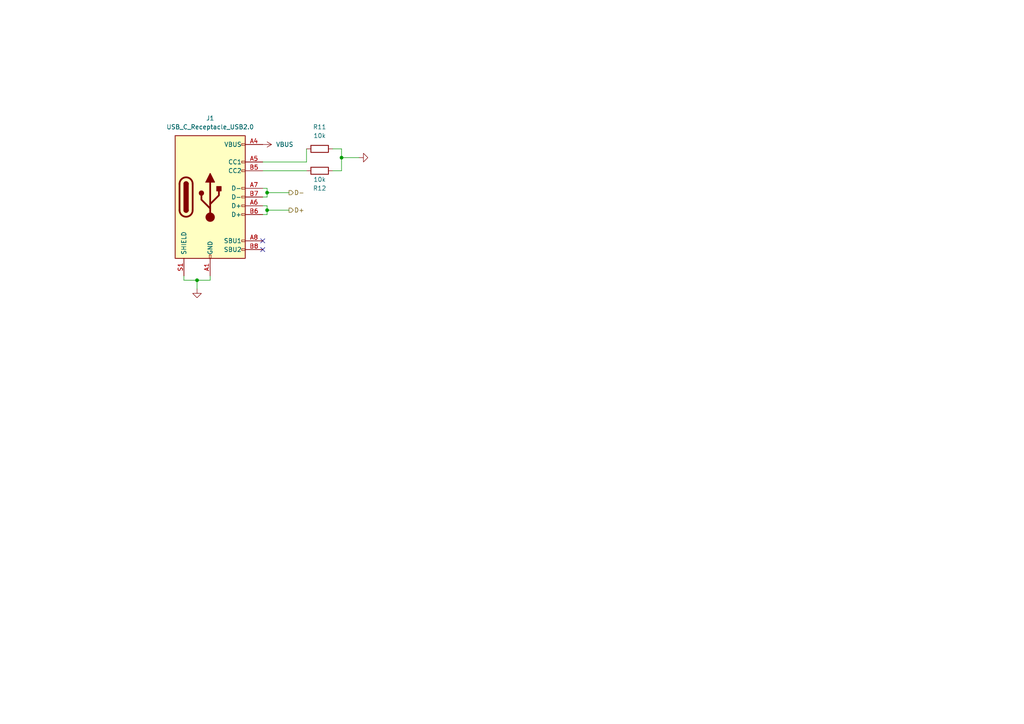
<source format=kicad_sch>
(kicad_sch (version 20230121) (generator eeschema)

  (uuid 876492ad-78eb-4af0-a1b5-314e063fddab)

  (paper "A4")

  (lib_symbols
    (symbol "Connector:USB_C_Receptacle_USB2.0" (pin_names (offset 1.016)) (in_bom yes) (on_board yes)
      (property "Reference" "J" (at -10.16 19.05 0)
        (effects (font (size 1.27 1.27)) (justify left))
      )
      (property "Value" "USB_C_Receptacle_USB2.0" (at 19.05 19.05 0)
        (effects (font (size 1.27 1.27)) (justify right))
      )
      (property "Footprint" "" (at 3.81 0 0)
        (effects (font (size 1.27 1.27)) hide)
      )
      (property "Datasheet" "https://www.usb.org/sites/default/files/documents/usb_type-c.zip" (at 3.81 0 0)
        (effects (font (size 1.27 1.27)) hide)
      )
      (property "ki_keywords" "usb universal serial bus type-C USB2.0" (at 0 0 0)
        (effects (font (size 1.27 1.27)) hide)
      )
      (property "ki_description" "USB 2.0-only Type-C Receptacle connector" (at 0 0 0)
        (effects (font (size 1.27 1.27)) hide)
      )
      (property "ki_fp_filters" "USB*C*Receptacle*" (at 0 0 0)
        (effects (font (size 1.27 1.27)) hide)
      )
      (symbol "USB_C_Receptacle_USB2.0_0_0"
        (rectangle (start -0.254 -17.78) (end 0.254 -16.764)
          (stroke (width 0) (type default))
          (fill (type none))
        )
        (rectangle (start 10.16 -14.986) (end 9.144 -15.494)
          (stroke (width 0) (type default))
          (fill (type none))
        )
        (rectangle (start 10.16 -12.446) (end 9.144 -12.954)
          (stroke (width 0) (type default))
          (fill (type none))
        )
        (rectangle (start 10.16 -4.826) (end 9.144 -5.334)
          (stroke (width 0) (type default))
          (fill (type none))
        )
        (rectangle (start 10.16 -2.286) (end 9.144 -2.794)
          (stroke (width 0) (type default))
          (fill (type none))
        )
        (rectangle (start 10.16 0.254) (end 9.144 -0.254)
          (stroke (width 0) (type default))
          (fill (type none))
        )
        (rectangle (start 10.16 2.794) (end 9.144 2.286)
          (stroke (width 0) (type default))
          (fill (type none))
        )
        (rectangle (start 10.16 7.874) (end 9.144 7.366)
          (stroke (width 0) (type default))
          (fill (type none))
        )
        (rectangle (start 10.16 10.414) (end 9.144 9.906)
          (stroke (width 0) (type default))
          (fill (type none))
        )
        (rectangle (start 10.16 15.494) (end 9.144 14.986)
          (stroke (width 0) (type default))
          (fill (type none))
        )
      )
      (symbol "USB_C_Receptacle_USB2.0_0_1"
        (rectangle (start -10.16 17.78) (end 10.16 -17.78)
          (stroke (width 0.254) (type default))
          (fill (type background))
        )
        (arc (start -8.89 -3.81) (mid -6.985 -5.7067) (end -5.08 -3.81)
          (stroke (width 0.508) (type default))
          (fill (type none))
        )
        (arc (start -7.62 -3.81) (mid -6.985 -4.4423) (end -6.35 -3.81)
          (stroke (width 0.254) (type default))
          (fill (type none))
        )
        (arc (start -7.62 -3.81) (mid -6.985 -4.4423) (end -6.35 -3.81)
          (stroke (width 0.254) (type default))
          (fill (type outline))
        )
        (rectangle (start -7.62 -3.81) (end -6.35 3.81)
          (stroke (width 0.254) (type default))
          (fill (type outline))
        )
        (arc (start -6.35 3.81) (mid -6.985 4.4423) (end -7.62 3.81)
          (stroke (width 0.254) (type default))
          (fill (type none))
        )
        (arc (start -6.35 3.81) (mid -6.985 4.4423) (end -7.62 3.81)
          (stroke (width 0.254) (type default))
          (fill (type outline))
        )
        (arc (start -5.08 3.81) (mid -6.985 5.7067) (end -8.89 3.81)
          (stroke (width 0.508) (type default))
          (fill (type none))
        )
        (circle (center -2.54 1.143) (radius 0.635)
          (stroke (width 0.254) (type default))
          (fill (type outline))
        )
        (circle (center 0 -5.842) (radius 1.27)
          (stroke (width 0) (type default))
          (fill (type outline))
        )
        (polyline
          (pts
            (xy -8.89 -3.81)
            (xy -8.89 3.81)
          )
          (stroke (width 0.508) (type default))
          (fill (type none))
        )
        (polyline
          (pts
            (xy -5.08 3.81)
            (xy -5.08 -3.81)
          )
          (stroke (width 0.508) (type default))
          (fill (type none))
        )
        (polyline
          (pts
            (xy 0 -5.842)
            (xy 0 4.318)
          )
          (stroke (width 0.508) (type default))
          (fill (type none))
        )
        (polyline
          (pts
            (xy 0 -3.302)
            (xy -2.54 -0.762)
            (xy -2.54 0.508)
          )
          (stroke (width 0.508) (type default))
          (fill (type none))
        )
        (polyline
          (pts
            (xy 0 -2.032)
            (xy 2.54 0.508)
            (xy 2.54 1.778)
          )
          (stroke (width 0.508) (type default))
          (fill (type none))
        )
        (polyline
          (pts
            (xy -1.27 4.318)
            (xy 0 6.858)
            (xy 1.27 4.318)
            (xy -1.27 4.318)
          )
          (stroke (width 0.254) (type default))
          (fill (type outline))
        )
        (rectangle (start 1.905 1.778) (end 3.175 3.048)
          (stroke (width 0.254) (type default))
          (fill (type outline))
        )
      )
      (symbol "USB_C_Receptacle_USB2.0_1_1"
        (pin passive line (at 0 -22.86 90) (length 5.08)
          (name "GND" (effects (font (size 1.27 1.27))))
          (number "A1" (effects (font (size 1.27 1.27))))
        )
        (pin passive line (at 0 -22.86 90) (length 5.08) hide
          (name "GND" (effects (font (size 1.27 1.27))))
          (number "A12" (effects (font (size 1.27 1.27))))
        )
        (pin passive line (at 15.24 15.24 180) (length 5.08)
          (name "VBUS" (effects (font (size 1.27 1.27))))
          (number "A4" (effects (font (size 1.27 1.27))))
        )
        (pin bidirectional line (at 15.24 10.16 180) (length 5.08)
          (name "CC1" (effects (font (size 1.27 1.27))))
          (number "A5" (effects (font (size 1.27 1.27))))
        )
        (pin bidirectional line (at 15.24 -2.54 180) (length 5.08)
          (name "D+" (effects (font (size 1.27 1.27))))
          (number "A6" (effects (font (size 1.27 1.27))))
        )
        (pin bidirectional line (at 15.24 2.54 180) (length 5.08)
          (name "D-" (effects (font (size 1.27 1.27))))
          (number "A7" (effects (font (size 1.27 1.27))))
        )
        (pin bidirectional line (at 15.24 -12.7 180) (length 5.08)
          (name "SBU1" (effects (font (size 1.27 1.27))))
          (number "A8" (effects (font (size 1.27 1.27))))
        )
        (pin passive line (at 15.24 15.24 180) (length 5.08) hide
          (name "VBUS" (effects (font (size 1.27 1.27))))
          (number "A9" (effects (font (size 1.27 1.27))))
        )
        (pin passive line (at 0 -22.86 90) (length 5.08) hide
          (name "GND" (effects (font (size 1.27 1.27))))
          (number "B1" (effects (font (size 1.27 1.27))))
        )
        (pin passive line (at 0 -22.86 90) (length 5.08) hide
          (name "GND" (effects (font (size 1.27 1.27))))
          (number "B12" (effects (font (size 1.27 1.27))))
        )
        (pin passive line (at 15.24 15.24 180) (length 5.08) hide
          (name "VBUS" (effects (font (size 1.27 1.27))))
          (number "B4" (effects (font (size 1.27 1.27))))
        )
        (pin bidirectional line (at 15.24 7.62 180) (length 5.08)
          (name "CC2" (effects (font (size 1.27 1.27))))
          (number "B5" (effects (font (size 1.27 1.27))))
        )
        (pin bidirectional line (at 15.24 -5.08 180) (length 5.08)
          (name "D+" (effects (font (size 1.27 1.27))))
          (number "B6" (effects (font (size 1.27 1.27))))
        )
        (pin bidirectional line (at 15.24 0 180) (length 5.08)
          (name "D-" (effects (font (size 1.27 1.27))))
          (number "B7" (effects (font (size 1.27 1.27))))
        )
        (pin bidirectional line (at 15.24 -15.24 180) (length 5.08)
          (name "SBU2" (effects (font (size 1.27 1.27))))
          (number "B8" (effects (font (size 1.27 1.27))))
        )
        (pin passive line (at 15.24 15.24 180) (length 5.08) hide
          (name "VBUS" (effects (font (size 1.27 1.27))))
          (number "B9" (effects (font (size 1.27 1.27))))
        )
        (pin passive line (at -7.62 -22.86 90) (length 5.08)
          (name "SHIELD" (effects (font (size 1.27 1.27))))
          (number "S1" (effects (font (size 1.27 1.27))))
        )
      )
    )
    (symbol "Device:R" (pin_numbers hide) (pin_names (offset 0)) (in_bom yes) (on_board yes)
      (property "Reference" "R" (at 2.032 0 90)
        (effects (font (size 1.27 1.27)))
      )
      (property "Value" "R" (at 0 0 90)
        (effects (font (size 1.27 1.27)))
      )
      (property "Footprint" "" (at -1.778 0 90)
        (effects (font (size 1.27 1.27)) hide)
      )
      (property "Datasheet" "~" (at 0 0 0)
        (effects (font (size 1.27 1.27)) hide)
      )
      (property "ki_keywords" "R res resistor" (at 0 0 0)
        (effects (font (size 1.27 1.27)) hide)
      )
      (property "ki_description" "Resistor" (at 0 0 0)
        (effects (font (size 1.27 1.27)) hide)
      )
      (property "ki_fp_filters" "R_*" (at 0 0 0)
        (effects (font (size 1.27 1.27)) hide)
      )
      (symbol "R_0_1"
        (rectangle (start -1.016 -2.54) (end 1.016 2.54)
          (stroke (width 0.254) (type default))
          (fill (type none))
        )
      )
      (symbol "R_1_1"
        (pin passive line (at 0 3.81 270) (length 1.27)
          (name "~" (effects (font (size 1.27 1.27))))
          (number "1" (effects (font (size 1.27 1.27))))
        )
        (pin passive line (at 0 -3.81 90) (length 1.27)
          (name "~" (effects (font (size 1.27 1.27))))
          (number "2" (effects (font (size 1.27 1.27))))
        )
      )
    )
    (symbol "power:GND" (power) (pin_names (offset 0)) (in_bom yes) (on_board yes)
      (property "Reference" "#PWR" (at 0 -6.35 0)
        (effects (font (size 1.27 1.27)) hide)
      )
      (property "Value" "GND" (at 0 -3.81 0)
        (effects (font (size 1.27 1.27)))
      )
      (property "Footprint" "" (at 0 0 0)
        (effects (font (size 1.27 1.27)) hide)
      )
      (property "Datasheet" "" (at 0 0 0)
        (effects (font (size 1.27 1.27)) hide)
      )
      (property "ki_keywords" "global power" (at 0 0 0)
        (effects (font (size 1.27 1.27)) hide)
      )
      (property "ki_description" "Power symbol creates a global label with name \"GND\" , ground" (at 0 0 0)
        (effects (font (size 1.27 1.27)) hide)
      )
      (symbol "GND_0_1"
        (polyline
          (pts
            (xy 0 0)
            (xy 0 -1.27)
            (xy 1.27 -1.27)
            (xy 0 -2.54)
            (xy -1.27 -1.27)
            (xy 0 -1.27)
          )
          (stroke (width 0) (type default))
          (fill (type none))
        )
      )
      (symbol "GND_1_1"
        (pin power_in line (at 0 0 270) (length 0) hide
          (name "GND" (effects (font (size 1.27 1.27))))
          (number "1" (effects (font (size 1.27 1.27))))
        )
      )
    )
    (symbol "power:VBUS" (power) (pin_names (offset 0)) (in_bom yes) (on_board yes)
      (property "Reference" "#PWR" (at 0 -3.81 0)
        (effects (font (size 1.27 1.27)) hide)
      )
      (property "Value" "VBUS" (at 0 3.81 0)
        (effects (font (size 1.27 1.27)))
      )
      (property "Footprint" "" (at 0 0 0)
        (effects (font (size 1.27 1.27)) hide)
      )
      (property "Datasheet" "" (at 0 0 0)
        (effects (font (size 1.27 1.27)) hide)
      )
      (property "ki_keywords" "global power" (at 0 0 0)
        (effects (font (size 1.27 1.27)) hide)
      )
      (property "ki_description" "Power symbol creates a global label with name \"VBUS\"" (at 0 0 0)
        (effects (font (size 1.27 1.27)) hide)
      )
      (symbol "VBUS_0_1"
        (polyline
          (pts
            (xy -0.762 1.27)
            (xy 0 2.54)
          )
          (stroke (width 0) (type default))
          (fill (type none))
        )
        (polyline
          (pts
            (xy 0 0)
            (xy 0 2.54)
          )
          (stroke (width 0) (type default))
          (fill (type none))
        )
        (polyline
          (pts
            (xy 0 2.54)
            (xy 0.762 1.27)
          )
          (stroke (width 0) (type default))
          (fill (type none))
        )
      )
      (symbol "VBUS_1_1"
        (pin power_in line (at 0 0 90) (length 0) hide
          (name "VBUS" (effects (font (size 1.27 1.27))))
          (number "1" (effects (font (size 1.27 1.27))))
        )
      )
    )
  )

  (junction (at 77.47 60.96) (diameter 0) (color 0 0 0 0)
    (uuid 3e91f4ca-129f-4248-af1e-3d9b4a848ed8)
  )
  (junction (at 57.15 81.28) (diameter 0) (color 0 0 0 0)
    (uuid 8cbc8a27-3049-4eec-97c9-6ddbe8537106)
  )
  (junction (at 99.06 45.72) (diameter 0) (color 0 0 0 0)
    (uuid c49cde3b-7cf1-402a-933e-a135c4ff25b0)
  )
  (junction (at 77.47 55.88) (diameter 0) (color 0 0 0 0)
    (uuid d8f0e8dc-7b04-4c56-81bb-4e144c3cd73b)
  )

  (no_connect (at 76.2 72.39) (uuid 6ba42163-74d9-4be1-9c9f-6629df88533d))
  (no_connect (at 76.2 69.85) (uuid 8e79b64f-8b6a-4805-8773-e0c1a7fc8664))

  (wire (pts (xy 96.52 43.18) (xy 99.06 43.18))
    (stroke (width 0) (type default))
    (uuid 069a17da-0d49-4fa7-baf6-a635c3c66619)
  )
  (wire (pts (xy 76.2 54.61) (xy 77.47 54.61))
    (stroke (width 0) (type default))
    (uuid 06d16bfd-9d28-4ff5-8acc-a395dec5d88a)
  )
  (wire (pts (xy 77.47 55.88) (xy 77.47 57.15))
    (stroke (width 0) (type default))
    (uuid 18633167-fb09-4ff6-8c5a-ab08aef39411)
  )
  (wire (pts (xy 77.47 55.88) (xy 83.82 55.88))
    (stroke (width 0) (type default))
    (uuid 352a9794-cd81-4059-bf86-e1ccd63bd268)
  )
  (wire (pts (xy 99.06 49.53) (xy 96.52 49.53))
    (stroke (width 0) (type default))
    (uuid 3e606e4b-84bc-4a5f-b5cb-4f7bf4e70559)
  )
  (wire (pts (xy 77.47 54.61) (xy 77.47 55.88))
    (stroke (width 0) (type default))
    (uuid 46fd5792-a130-4fab-8e2a-1d92457bf950)
  )
  (wire (pts (xy 76.2 49.53) (xy 88.9 49.53))
    (stroke (width 0) (type default))
    (uuid 5cf899b2-4889-48f0-a1ea-5dc4c00bfd30)
  )
  (wire (pts (xy 76.2 46.99) (xy 88.9 46.99))
    (stroke (width 0) (type default))
    (uuid 7d23df29-b259-42c8-91ae-7ec374612076)
  )
  (wire (pts (xy 76.2 57.15) (xy 77.47 57.15))
    (stroke (width 0) (type default))
    (uuid 814b33e3-1366-447d-819d-6bee5d8f8163)
  )
  (wire (pts (xy 77.47 60.96) (xy 77.47 62.23))
    (stroke (width 0) (type default))
    (uuid 859d2e37-a3eb-46ca-b128-f1e787f39246)
  )
  (wire (pts (xy 53.34 80.01) (xy 53.34 81.28))
    (stroke (width 0) (type default))
    (uuid 86219233-8933-46df-aef6-af0067e0f921)
  )
  (wire (pts (xy 76.2 62.23) (xy 77.47 62.23))
    (stroke (width 0) (type default))
    (uuid a235b942-a3b2-4501-84c5-cb7fe17a1143)
  )
  (wire (pts (xy 57.15 81.28) (xy 57.15 83.82))
    (stroke (width 0) (type default))
    (uuid ba1fc00d-bb1e-4606-bd54-4a59a93fd04f)
  )
  (wire (pts (xy 60.96 80.01) (xy 60.96 81.28))
    (stroke (width 0) (type default))
    (uuid bc56c82a-daae-47c4-9f13-8250118724a5)
  )
  (wire (pts (xy 77.47 59.69) (xy 77.47 60.96))
    (stroke (width 0) (type default))
    (uuid bf4aa9c4-55d4-4796-bece-734fa1dac0d6)
  )
  (wire (pts (xy 77.47 60.96) (xy 83.82 60.96))
    (stroke (width 0) (type default))
    (uuid c81a6709-f987-4f2a-b62e-5093c81030ee)
  )
  (wire (pts (xy 53.34 81.28) (xy 57.15 81.28))
    (stroke (width 0) (type default))
    (uuid ce8d5746-5fb8-4cc4-84d9-33b0dbe34b52)
  )
  (wire (pts (xy 99.06 45.72) (xy 104.14 45.72))
    (stroke (width 0) (type default))
    (uuid d246ad9f-8106-41d1-a294-c281dbbb0803)
  )
  (wire (pts (xy 57.15 81.28) (xy 60.96 81.28))
    (stroke (width 0) (type default))
    (uuid d318983d-82e3-4aac-a149-e1b7b90f38eb)
  )
  (wire (pts (xy 99.06 45.72) (xy 99.06 49.53))
    (stroke (width 0) (type default))
    (uuid e9fd77d8-6b00-4b31-9ac9-315070620709)
  )
  (wire (pts (xy 88.9 46.99) (xy 88.9 43.18))
    (stroke (width 0) (type default))
    (uuid ea946144-72d4-413e-9601-f0128cbfe853)
  )
  (wire (pts (xy 99.06 43.18) (xy 99.06 45.72))
    (stroke (width 0) (type default))
    (uuid f0634220-d757-42aa-a2fa-f90eec831448)
  )
  (wire (pts (xy 76.2 59.69) (xy 77.47 59.69))
    (stroke (width 0) (type default))
    (uuid f95bc06f-281f-4d4b-8191-a1f00bed56a5)
  )

  (hierarchical_label "D+" (shape output) (at 83.82 60.96 0) (fields_autoplaced)
    (effects (font (size 1.27 1.27)) (justify left))
    (uuid 37823984-1b8e-42a4-b108-d47e20576b73)
  )
  (hierarchical_label "D-" (shape output) (at 83.82 55.88 0) (fields_autoplaced)
    (effects (font (size 1.27 1.27)) (justify left))
    (uuid d6dad637-69e0-4e62-98ed-0fea89bf3248)
  )

  (symbol (lib_id "power:GND") (at 104.14 45.72 90) (mirror x) (unit 1)
    (in_bom yes) (on_board yes) (dnp no) (fields_autoplaced)
    (uuid 02ec650b-f8dc-42a7-8574-ef1e9efec33a)
    (property "Reference" "#PWR09" (at 110.49 45.72 0)
      (effects (font (size 1.27 1.27)) hide)
    )
    (property "Value" "GND" (at 107.95 45.72 90)
      (effects (font (size 1.27 1.27)) (justify right) hide)
    )
    (property "Footprint" "" (at 104.14 45.72 0)
      (effects (font (size 1.27 1.27)) hide)
    )
    (property "Datasheet" "" (at 104.14 45.72 0)
      (effects (font (size 1.27 1.27)) hide)
    )
    (pin "1" (uuid ae471bee-3502-4a12-9e17-b1f491a9abfc))
    (instances
      (project "NewMiniKermit"
        (path "/b3ecbcce-8bc5-493c-b5b6-3e2f69f7358a"
          (reference "#PWR09") (unit 1)
        )
        (path "/b3ecbcce-8bc5-493c-b5b6-3e2f69f7358a/11b85459-ed33-45e2-b28c-1bc9fdd2219f"
          (reference "#PWR057") (unit 1)
        )
      )
    )
  )

  (symbol (lib_id "Device:R") (at 92.71 49.53 90) (unit 1)
    (in_bom yes) (on_board yes) (dnp no)
    (uuid 549c5868-5881-4515-b784-24e6143b2260)
    (property "Reference" "R12" (at 92.71 54.61 90)
      (effects (font (size 1.27 1.27)))
    )
    (property "Value" "10k" (at 92.71 52.07 90)
      (effects (font (size 1.27 1.27)))
    )
    (property "Footprint" "" (at 92.71 51.308 90)
      (effects (font (size 1.27 1.27)) hide)
    )
    (property "Datasheet" "~" (at 92.71 49.53 0)
      (effects (font (size 1.27 1.27)) hide)
    )
    (pin "1" (uuid 763766d9-b5e6-42f3-b9ba-b3866f8994a3))
    (pin "2" (uuid 9441c927-7f1e-410b-87f5-d9d4f6ead930))
    (instances
      (project "NewMiniKermit"
        (path "/b3ecbcce-8bc5-493c-b5b6-3e2f69f7358a/11b85459-ed33-45e2-b28c-1bc9fdd2219f"
          (reference "R12") (unit 1)
        )
      )
    )
  )

  (symbol (lib_id "Connector:USB_C_Receptacle_USB2.0") (at 60.96 57.15 0) (unit 1)
    (in_bom yes) (on_board yes) (dnp no) (fields_autoplaced)
    (uuid 6050dfe2-bc84-494e-8ec4-daa245f7717e)
    (property "Reference" "J1" (at 60.96 34.29 0)
      (effects (font (size 1.27 1.27)))
    )
    (property "Value" "USB_C_Receptacle_USB2.0" (at 60.96 36.83 0)
      (effects (font (size 1.27 1.27)))
    )
    (property "Footprint" "" (at 64.77 57.15 0)
      (effects (font (size 1.27 1.27)) hide)
    )
    (property "Datasheet" "https://www.usb.org/sites/default/files/documents/usb_type-c.zip" (at 64.77 57.15 0)
      (effects (font (size 1.27 1.27)) hide)
    )
    (pin "A1" (uuid c4f1f6a2-8f7f-4844-807a-0e43d159f5ec))
    (pin "A12" (uuid 65127156-ff12-4b8f-be9a-cca5afc0c712))
    (pin "A4" (uuid 986ef1b2-17a3-41cd-a9b9-239e85457fcd))
    (pin "A5" (uuid 141bea90-00cf-407c-bb0c-c5f621c0af78))
    (pin "A6" (uuid 075829fb-79d5-417d-9709-abdd353fdfc9))
    (pin "A7" (uuid 924f52f8-7b1e-4e25-899f-1b48509d684f))
    (pin "A8" (uuid 2d464876-1407-41d0-903b-1c6006bf2347))
    (pin "A9" (uuid d542535f-7ee1-4a0d-81bd-bf44c9ef20bc))
    (pin "B1" (uuid 8fdc4935-18d6-438f-a2d5-93760b779fd5))
    (pin "B12" (uuid dee34d39-99b6-49ea-9a46-99ba26f07c3f))
    (pin "B4" (uuid 7bf6c9f9-f23f-4205-af44-09484d656d6e))
    (pin "B5" (uuid 8e96143a-995d-4e1f-8669-2bb5cdcb60e6))
    (pin "B6" (uuid 9a2a8710-0556-4ec6-b13f-cf7eff72891d))
    (pin "B7" (uuid 3de744df-24e8-4be9-98a2-83c4b008fa14))
    (pin "B8" (uuid 41328608-2a3c-4513-9b84-5bb00fabbf78))
    (pin "B9" (uuid 5313d35e-25e1-4842-a92f-eee6cfc827d0))
    (pin "S1" (uuid aec5592c-dbc2-478c-a063-dbe096a5d057))
    (instances
      (project "NewMiniKermit"
        (path "/b3ecbcce-8bc5-493c-b5b6-3e2f69f7358a"
          (reference "J1") (unit 1)
        )
        (path "/b3ecbcce-8bc5-493c-b5b6-3e2f69f7358a/11b85459-ed33-45e2-b28c-1bc9fdd2219f"
          (reference "J2") (unit 1)
        )
      )
    )
  )

  (symbol (lib_id "power:VBUS") (at 76.2 41.91 270) (unit 1)
    (in_bom yes) (on_board yes) (dnp no) (fields_autoplaced)
    (uuid 81c63003-5165-44b5-a911-173d87b0a613)
    (property "Reference" "#PWR056" (at 72.39 41.91 0)
      (effects (font (size 1.27 1.27)) hide)
    )
    (property "Value" "VBUS" (at 80.01 41.91 90)
      (effects (font (size 1.27 1.27)) (justify left))
    )
    (property "Footprint" "" (at 76.2 41.91 0)
      (effects (font (size 1.27 1.27)) hide)
    )
    (property "Datasheet" "" (at 76.2 41.91 0)
      (effects (font (size 1.27 1.27)) hide)
    )
    (pin "1" (uuid 7bf153a0-1615-4267-9cf5-3c824c0c9d51))
    (instances
      (project "NewMiniKermit"
        (path "/b3ecbcce-8bc5-493c-b5b6-3e2f69f7358a/11b85459-ed33-45e2-b28c-1bc9fdd2219f"
          (reference "#PWR056") (unit 1)
        )
      )
    )
  )

  (symbol (lib_id "power:GND") (at 57.15 83.82 0) (mirror y) (unit 1)
    (in_bom yes) (on_board yes) (dnp no) (fields_autoplaced)
    (uuid 83fe1400-7dd5-46e9-9fa6-673d49914018)
    (property "Reference" "#PWR09" (at 57.15 90.17 0)
      (effects (font (size 1.27 1.27)) hide)
    )
    (property "Value" "GND" (at 57.15 87.63 90)
      (effects (font (size 1.27 1.27)) (justify right) hide)
    )
    (property "Footprint" "" (at 57.15 83.82 0)
      (effects (font (size 1.27 1.27)) hide)
    )
    (property "Datasheet" "" (at 57.15 83.82 0)
      (effects (font (size 1.27 1.27)) hide)
    )
    (pin "1" (uuid ffde9435-c21f-4eb4-9404-22eca9ba1c59))
    (instances
      (project "NewMiniKermit"
        (path "/b3ecbcce-8bc5-493c-b5b6-3e2f69f7358a"
          (reference "#PWR09") (unit 1)
        )
        (path "/b3ecbcce-8bc5-493c-b5b6-3e2f69f7358a/11b85459-ed33-45e2-b28c-1bc9fdd2219f"
          (reference "#PWR039") (unit 1)
        )
      )
    )
  )

  (symbol (lib_id "Device:R") (at 92.71 43.18 90) (unit 1)
    (in_bom yes) (on_board yes) (dnp no) (fields_autoplaced)
    (uuid e06d9566-b6a4-45bf-af23-3d8f894ec7db)
    (property "Reference" "R11" (at 92.71 36.83 90)
      (effects (font (size 1.27 1.27)))
    )
    (property "Value" "10k" (at 92.71 39.37 90)
      (effects (font (size 1.27 1.27)))
    )
    (property "Footprint" "" (at 92.71 44.958 90)
      (effects (font (size 1.27 1.27)) hide)
    )
    (property "Datasheet" "~" (at 92.71 43.18 0)
      (effects (font (size 1.27 1.27)) hide)
    )
    (pin "1" (uuid 31189908-cedf-4555-bb2f-91bb014f5bba))
    (pin "2" (uuid fec4506e-d521-413b-b4cb-9a98d1ae4f79))
    (instances
      (project "NewMiniKermit"
        (path "/b3ecbcce-8bc5-493c-b5b6-3e2f69f7358a/11b85459-ed33-45e2-b28c-1bc9fdd2219f"
          (reference "R11") (unit 1)
        )
      )
    )
  )
)

</source>
